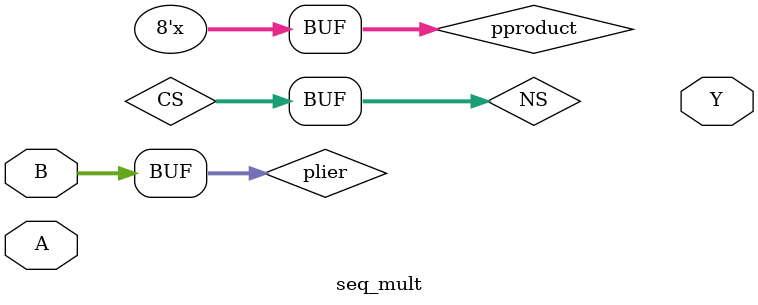
<source format=v>
`timescale 1ns / 1ps


module seq_mult(
    input [3:0] A,
    input [3:0] B,
    output [7:0] Y
    );
    reg [7:0] product, pproduct = 0;
    reg [7:0] cand;
    wire [3:0] plier;
    parameter S0 = 0, S1 = 1, S2 = 2;
    reg [2:0] CS, NS;
    assign B = plier;
    reg shift_count;
    
    always @ (CS or NS)
        begin
            CS = NS;
        end
    
    always @ (CS)
    begin
    case(CS)
        S0 : begin
        cand = {4'b0, A};
        if (plier[0] == 1) 
            pproduct = pproduct + cand;
        NS = S1;
        end
        S1 : begin
          cand <= cand << 1;
        end
        S2 : begin
            
        end
        endcase
        
    end    
endmodule

</source>
